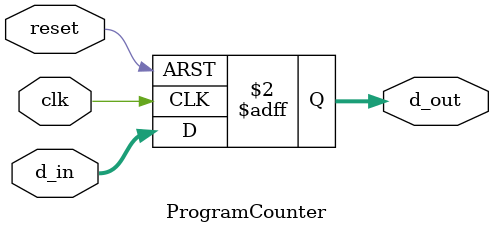
<source format=v>
module ProgramCounter (
    input [7:0] d_in,
    input reset,
    input clk,
    output reg [7:0] d_out
);
    always @(posedge clk or posedge reset) begin
        if (reset)
            d_out <= 8'h00;
        else
            d_out <= d_in;
    end
endmodule
</source>
